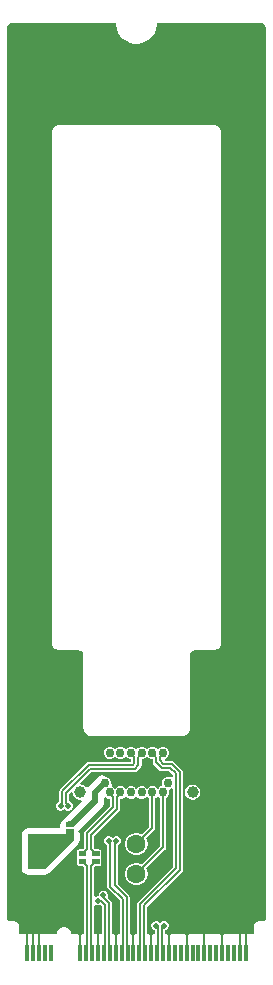
<source format=gtl>
G04*
G04 #@! TF.GenerationSoftware,Altium Limited,Altium Designer,24.5.2 (23)*
G04*
G04 Layer_Physical_Order=1*
G04 Layer_Color=255*
%FSLAX44Y44*%
%MOMM*%
G71*
G04*
G04 #@! TF.SameCoordinates,6FC596C0-74E6-4E27-895D-4E0FE7D6B679*
G04*
G04*
G04 #@! TF.FilePolarity,Positive*
G04*
G01*
G75*
%ADD12C,0.2000*%
%ADD14R,0.3500X1.4500*%
%ADD23R,0.4000X0.4000*%
%ADD24O,1.2080X2.4160*%
%ADD25O,1.4080X2.8160*%
%ADD26C,0.7500*%
%ADD27C,1.0000*%
%ADD28C,1.6000*%
%ADD29C,0.5000*%
G36*
X215001Y799999D02*
X215001Y799999D01*
X215001Y799999D01*
X215001D01*
X216172Y799926D01*
X217832Y799238D01*
X219239Y797832D01*
X220000Y795995D01*
X220000Y795000D01*
X220000Y41999D01*
Y41601D01*
X219695Y40867D01*
X219133Y40304D01*
X218398Y40000D01*
X214501D01*
X214500Y40000D01*
X213525Y39904D01*
X211722Y39158D01*
X210343Y37779D01*
X209596Y35977D01*
X209499Y35001D01*
Y28999D01*
X134299D01*
Y32105D01*
X135516Y32609D01*
X136641Y33734D01*
X137250Y35204D01*
Y36796D01*
X136641Y38266D01*
X135516Y39391D01*
X134046Y40000D01*
X132454D01*
X130984Y39391D01*
X130000Y38407D01*
X129016Y39391D01*
X127546Y40000D01*
X125954D01*
X124484Y39391D01*
X123359Y38266D01*
X122750Y36796D01*
Y35204D01*
X123359Y33734D01*
X124484Y32609D01*
X125701Y32105D01*
Y28999D01*
X119299D01*
Y51917D01*
X148552Y81170D01*
X149105Y81997D01*
X149299Y82972D01*
Y166200D01*
X149105Y167175D01*
X148552Y168002D01*
X141752Y174802D01*
X140925Y175355D01*
X139950Y175549D01*
X134725D01*
X134411Y175990D01*
X134861Y177545D01*
X135474Y177799D01*
X136951Y179276D01*
X137750Y181206D01*
Y183294D01*
X136951Y185224D01*
X135474Y186701D01*
X133544Y187500D01*
X131456D01*
X129526Y186701D01*
X128830Y186004D01*
X128000Y185268D01*
X127170Y186004D01*
X126474Y186701D01*
X124544Y187500D01*
X122456D01*
X120526Y186701D01*
X119830Y186004D01*
X119000Y185268D01*
X118170Y186004D01*
X117474Y186701D01*
X115544Y187500D01*
X113456D01*
X111526Y186701D01*
X110830Y186004D01*
X110000Y185268D01*
X109170Y186004D01*
X108474Y186701D01*
X106544Y187500D01*
X104456D01*
X102526Y186701D01*
X101830Y186004D01*
X101000Y185268D01*
X100170Y186004D01*
X99474Y186701D01*
X97544Y187500D01*
X95456D01*
X93526Y186701D01*
X92830Y186004D01*
X92000Y185268D01*
X91170Y186004D01*
X90474Y186701D01*
X88544Y187500D01*
X86456D01*
X84526Y186701D01*
X83049Y185224D01*
X82250Y183294D01*
Y181206D01*
X83049Y179276D01*
X84526Y177799D01*
X86456Y177000D01*
X88544D01*
X90474Y177799D01*
X91170Y178496D01*
X92000Y179232D01*
X92830Y178496D01*
X93526Y177799D01*
X95456Y177000D01*
X97544D01*
X99474Y177799D01*
X100170Y178496D01*
X101000Y179232D01*
X101830Y178496D01*
X102526Y177799D01*
X104456Y177000D01*
X105701D01*
Y174749D01*
X69450D01*
X68474Y174555D01*
X67647Y174002D01*
X45448Y151802D01*
X44895Y150975D01*
X44701Y150000D01*
Y141145D01*
X43484Y140641D01*
X42359Y139516D01*
X41750Y138046D01*
Y136454D01*
X42359Y134984D01*
X43484Y133859D01*
X44954Y133250D01*
X46546D01*
X48016Y133859D01*
X49000Y134843D01*
X49984Y133859D01*
X51454Y133250D01*
X53046D01*
X54516Y133859D01*
X55641Y134984D01*
X56250Y136454D01*
Y138046D01*
X55641Y139516D01*
X54516Y140641D01*
X53299Y141145D01*
Y147494D01*
X54730Y148926D01*
X56000Y148399D01*
Y147894D01*
X56443Y146241D01*
X57299Y144759D01*
X58509Y143549D01*
X59991Y142693D01*
X61644Y142250D01*
X62994D01*
X63533Y141284D01*
X63578Y141037D01*
X47145Y124605D01*
X46040Y122951D01*
X45652Y121000D01*
Y119500D01*
X45686Y119330D01*
X44880Y118348D01*
X18250D01*
X16299Y117960D01*
X14645Y116855D01*
X13540Y115201D01*
X13152Y113250D01*
Y84000D01*
X13540Y82049D01*
X14645Y80395D01*
X16299Y79290D01*
X18250Y78902D01*
X32500D01*
X34451Y79290D01*
X36105Y80395D01*
X60355Y104645D01*
X61460Y106299D01*
X61848Y108250D01*
Y113250D01*
X61460Y115201D01*
X60739Y116280D01*
X81355Y136895D01*
X82460Y138549D01*
X82848Y140500D01*
Y144181D01*
X84118Y144707D01*
X84526Y144299D01*
X86456Y143500D01*
X87701D01*
Y137506D01*
X66448Y116252D01*
X65895Y115425D01*
X65701Y114450D01*
Y101982D01*
X65022Y100966D01*
X63478Y100966D01*
X63326Y100902D01*
X63164Y100935D01*
X61650Y100636D01*
X61512Y100545D01*
X61347Y100545D01*
X60633Y100252D01*
X60402Y100022D01*
X60102Y99898D01*
X59979Y99602D01*
X59752Y99376D01*
X59751Y99051D01*
X59626Y98750D01*
X59626Y94500D01*
X60041Y93500D01*
X59626Y92500D01*
X59626Y88250D01*
X59751Y87949D01*
X59752Y87624D01*
X59979Y87398D01*
X60102Y87102D01*
X60402Y86977D01*
X60633Y86748D01*
X61347Y86455D01*
X61512Y86455D01*
X61649Y86364D01*
X63164Y86065D01*
X63326Y86097D01*
X63478Y86034D01*
X64675Y86034D01*
X65648Y85097D01*
X65701Y85017D01*
Y54443D01*
X65701Y54443D01*
Y28999D01*
X54750D01*
X54749Y28999D01*
X54634Y30170D01*
X53739Y32333D01*
X52084Y33989D01*
X49921Y34886D01*
X48750Y35001D01*
X48750Y35001D01*
X47579Y34885D01*
X45416Y33989D01*
X43761Y32333D01*
X42866Y30170D01*
X42751Y28999D01*
X10500Y28999D01*
Y35001D01*
X10500D01*
X10500Y35001D01*
X10500Y35002D01*
X10404Y35977D01*
X10326Y36165D01*
X9657Y37779D01*
X8277Y39158D01*
X6475Y39904D01*
X5499Y40000D01*
X1601Y40000D01*
X867Y40304D01*
X304Y40867D01*
X0Y41601D01*
Y41999D01*
Y795000D01*
X-0Y795995D01*
X761Y797832D01*
X2167Y799238D01*
X4004Y799999D01*
X4999Y799999D01*
X92500Y800000D01*
X92584Y798285D01*
X93254Y794920D01*
X94566Y791750D01*
X96472Y788898D01*
X98898Y786472D01*
X101750Y784566D01*
X104920Y783254D01*
X108285Y782584D01*
X111715D01*
X115080Y783254D01*
X118249Y784566D01*
X121102Y786472D01*
X123528Y788898D01*
X125434Y791750D01*
X126746Y794920D01*
X127416Y798285D01*
X127500Y800000D01*
X215001Y799999D01*
D02*
G37*
G36*
X119830Y178496D02*
X120526Y177799D01*
X122456Y177000D01*
X123701D01*
Y174500D01*
X123895Y173525D01*
X124448Y172698D01*
X129448Y167698D01*
X130275Y167145D01*
X131250Y166951D01*
X137444D01*
X140701Y163694D01*
Y162133D01*
X139431Y161426D01*
X138044Y162000D01*
X135956D01*
X134026Y161201D01*
X132549Y159724D01*
X131750Y157794D01*
Y155706D01*
X131991Y155124D01*
X131137Y153868D01*
X129526Y153201D01*
X128830Y152504D01*
X128000Y151768D01*
X127170Y152504D01*
X126474Y153201D01*
X124544Y154000D01*
X122456D01*
X120526Y153201D01*
X119830Y152504D01*
X119000Y151768D01*
X118170Y152504D01*
X117474Y153201D01*
X115544Y154000D01*
X113456D01*
X111526Y153201D01*
X110830Y152504D01*
X110000Y151768D01*
X109170Y152504D01*
X108474Y153201D01*
X106544Y154000D01*
X104456D01*
X102526Y153201D01*
X101830Y152504D01*
X101000Y151768D01*
X100170Y152504D01*
X99474Y153201D01*
X97544Y154000D01*
X95456D01*
X93526Y153201D01*
X92830Y152504D01*
X92000Y151768D01*
X91170Y152504D01*
X90474Y153201D01*
X88910Y153848D01*
X88963Y154115D01*
X88963Y155385D01*
X88575Y157336D01*
X88220Y157867D01*
X87451Y159724D01*
X85974Y161201D01*
X84753Y161706D01*
X84605Y161855D01*
X82951Y162960D01*
X81000Y163348D01*
X79049Y162960D01*
X77395Y161855D01*
X77395Y161855D01*
X68895Y153355D01*
X68785Y153190D01*
X67256Y153187D01*
X66491Y153951D01*
X65009Y154807D01*
X63356Y155250D01*
X62850D01*
X62325Y156520D01*
X71955Y166151D01*
X108528D01*
X109504Y166345D01*
X110330Y166897D01*
X113552Y170119D01*
X114105Y170946D01*
X114299Y171922D01*
Y177000D01*
X115544D01*
X117474Y177799D01*
X118170Y178496D01*
X119000Y179232D01*
X119830Y178496D01*
D02*
G37*
G36*
X83865Y155385D02*
X83865Y154115D01*
X77750Y148000D01*
Y140500D01*
X56750Y119500D01*
X50750D01*
Y121000D01*
X50750Y121000D01*
X50750Y123750D01*
X51464Y124043D01*
X52978Y124342D01*
X54092Y124342D01*
X72500Y142750D01*
Y149750D01*
X81000Y158250D01*
X83865Y155385D01*
D02*
G37*
G36*
X78036Y99043D02*
X78750Y98750D01*
Y94500D01*
X72750D01*
X72750Y98750D01*
Y98750D01*
X73464Y99043D01*
X74978Y99342D01*
X76522Y99342D01*
X78036Y99043D01*
D02*
G37*
G36*
X66536D02*
X67250Y98750D01*
Y94500D01*
X61250D01*
X61250Y98750D01*
Y98750D01*
X61964Y99043D01*
X63478Y99342D01*
X65022Y99342D01*
X66536Y99043D01*
D02*
G37*
G36*
X140701Y151367D02*
Y85478D01*
X111448Y56225D01*
X110895Y55398D01*
X110701Y54422D01*
Y28999D01*
X104299D01*
Y59983D01*
X104105Y60958D01*
X103552Y61785D01*
X94049Y71288D01*
Y103855D01*
X95266Y104359D01*
X96391Y105484D01*
X97000Y106954D01*
Y108546D01*
X96391Y110016D01*
X95266Y111141D01*
X93796Y111750D01*
X92204D01*
X90734Y111141D01*
X89750Y110157D01*
X88766Y111141D01*
X87296Y111750D01*
X85704D01*
X84234Y111141D01*
X83109Y110016D01*
X82500Y108546D01*
Y106954D01*
X83109Y105484D01*
X84234Y104359D01*
X85451Y103855D01*
Y68783D01*
X85645Y67807D01*
X86198Y66981D01*
X95701Y57477D01*
Y28999D01*
X89299D01*
Y54821D01*
X89105Y55796D01*
X88553Y56623D01*
X85592Y59584D01*
X86096Y60800D01*
Y62392D01*
X85487Y63862D01*
X84362Y64987D01*
X82892Y65596D01*
X81300D01*
X79830Y64987D01*
X78705Y63862D01*
X78096Y62392D01*
Y61000D01*
X76704D01*
X75569Y60530D01*
X74299Y61115D01*
Y85017D01*
X74978Y86034D01*
X76522Y86034D01*
X76674Y86097D01*
X76836Y86065D01*
X78350Y86364D01*
X78488Y86455D01*
X78653Y86455D01*
X79367Y86748D01*
X79598Y86977D01*
X79898Y87102D01*
X80021Y87398D01*
X80248Y87624D01*
X80249Y87949D01*
X80374Y88250D01*
X80374Y92500D01*
X79959Y93500D01*
X80374Y94500D01*
Y98750D01*
X80249Y99051D01*
X80248Y99376D01*
X80021Y99602D01*
X79898Y99898D01*
X79598Y100022D01*
X79367Y100252D01*
X78653Y100545D01*
X78488Y100545D01*
X78350Y100636D01*
X76836Y100935D01*
X76674Y100902D01*
X76522Y100966D01*
X75325Y100966D01*
X74352Y101903D01*
X74299Y101983D01*
Y111944D01*
X95552Y133198D01*
X96105Y134024D01*
X96299Y135000D01*
Y143500D01*
X97544D01*
X99474Y144299D01*
X100170Y144996D01*
X101000Y145732D01*
X101830Y144996D01*
X102526Y144299D01*
X104456Y143500D01*
X106544D01*
X108474Y144299D01*
X109170Y144996D01*
X110000Y145732D01*
X110830Y144996D01*
X111526Y144299D01*
X113456Y143500D01*
X115544D01*
X117474Y144299D01*
X118170Y144996D01*
X119000Y145732D01*
X119830Y144996D01*
X120526Y144299D01*
X120951Y144123D01*
Y119556D01*
X114669Y113274D01*
X113667Y113853D01*
X111251Y114500D01*
X108749D01*
X106333Y113853D01*
X104167Y112602D01*
X102398Y110833D01*
X101147Y108667D01*
X100500Y106251D01*
Y103749D01*
X101147Y101333D01*
X102398Y99167D01*
X104167Y97398D01*
X106333Y96147D01*
X108749Y95500D01*
X111251D01*
X113667Y96147D01*
X115833Y97398D01*
X117602Y99167D01*
X118853Y101333D01*
X119500Y103749D01*
Y106251D01*
X118853Y108667D01*
X118274Y109669D01*
X125302Y116698D01*
X125855Y117524D01*
X126049Y118500D01*
Y144123D01*
X126474Y144299D01*
X127170Y144996D01*
X128000Y145732D01*
X128830Y144996D01*
X129526Y144299D01*
X129951Y144123D01*
Y103156D01*
X114669Y87874D01*
X113667Y88453D01*
X111251Y89100D01*
X108749D01*
X106333Y88453D01*
X104167Y87202D01*
X102398Y85433D01*
X101147Y83267D01*
X100500Y80851D01*
Y78349D01*
X101147Y75933D01*
X102398Y73767D01*
X104167Y71998D01*
X106333Y70747D01*
X108749Y70100D01*
X111251D01*
X113667Y70747D01*
X115833Y71998D01*
X117602Y73767D01*
X118853Y75933D01*
X119500Y78349D01*
Y80851D01*
X118853Y83267D01*
X118274Y84269D01*
X134302Y100298D01*
X134855Y101125D01*
X135049Y102100D01*
Y144123D01*
X135474Y144299D01*
X136951Y145776D01*
X137750Y147706D01*
Y149794D01*
X137509Y150376D01*
X138363Y151632D01*
X139431Y152074D01*
X140701Y151367D01*
D02*
G37*
G36*
X78750Y88250D02*
X78750D01*
X78036Y87957D01*
X76522Y87658D01*
X74978Y87658D01*
X73464Y87957D01*
X72750Y88250D01*
X72750Y92500D01*
X78750D01*
X78750Y88250D01*
D02*
G37*
G36*
X67250D02*
X67250D01*
X66536Y87957D01*
X65022Y87658D01*
X63478Y87658D01*
X61964Y87957D01*
X61250Y88250D01*
X61250Y92500D01*
X67250D01*
X67250Y88250D01*
D02*
G37*
G36*
X56750Y113250D02*
Y108250D01*
X32500Y84000D01*
X18250D01*
Y113250D01*
X50750D01*
X50750Y117500D01*
X56750D01*
Y113250D01*
D02*
G37*
G36*
X80701Y52316D02*
Y28999D01*
X74299D01*
Y52885D01*
X75569Y53470D01*
X76704Y53000D01*
X78296D01*
X79513Y53504D01*
X80701Y52316D01*
D02*
G37*
%LPC*%
G36*
X175995Y713622D02*
X44005D01*
X43706Y713498D01*
X43383D01*
X41546Y712737D01*
X41318Y712509D01*
X41020Y712385D01*
X39613Y710979D01*
X39490Y710681D01*
X39261Y710452D01*
X38500Y708615D01*
Y708292D01*
X38377Y707994D01*
Y707000D01*
Y275500D01*
Y274505D01*
X38500Y274207D01*
Y273884D01*
X39261Y272047D01*
X39490Y271818D01*
X39613Y271520D01*
X41020Y270114D01*
X41318Y269990D01*
X41546Y269762D01*
X43383Y269001D01*
X43706D01*
X44005Y268877D01*
X44999D01*
X61671Y268876D01*
X62327Y268811D01*
X63608Y268281D01*
X64530Y267358D01*
X65061Y266077D01*
X65126Y265421D01*
X65127Y203252D01*
Y202258D01*
X65251Y201960D01*
Y201637D01*
X66012Y199799D01*
X66240Y199571D01*
X66364Y199273D01*
X67770Y197867D01*
X68068Y197743D01*
X68297Y197515D01*
X70134Y196754D01*
X70457D01*
X70755Y196630D01*
X71750D01*
X148751Y196630D01*
X149745D01*
X150043Y196754D01*
X150366D01*
X152204Y197515D01*
X152432Y197743D01*
X152731Y197867D01*
X154137Y199273D01*
X154260Y199572D01*
X154488Y199800D01*
X155250Y201637D01*
Y201960D01*
X155373Y202258D01*
Y203253D01*
X155374Y265421D01*
X155439Y266077D01*
X155969Y267358D01*
X156892Y268280D01*
X158173Y268811D01*
X158829Y268876D01*
X175001Y268877D01*
X175995D01*
X176294Y269001D01*
X176616D01*
X178454Y269762D01*
X178682Y269990D01*
X178980Y270114D01*
X180387Y271520D01*
X180510Y271818D01*
X180739Y272047D01*
X181500Y273884D01*
Y274207D01*
X181623Y274505D01*
Y275500D01*
Y707000D01*
Y707994D01*
X181500Y708292D01*
Y708615D01*
X180739Y710452D01*
X180510Y710681D01*
X180387Y710979D01*
X178980Y712385D01*
X178682Y712509D01*
X178454Y712737D01*
X176616Y713498D01*
X176294D01*
X175995Y713622D01*
D02*
G37*
G36*
X158356Y155250D02*
X156644D01*
X154991Y154807D01*
X153509Y153951D01*
X152299Y152741D01*
X151443Y151259D01*
X151000Y149606D01*
Y147894D01*
X151443Y146241D01*
X152299Y144759D01*
X153509Y143549D01*
X154991Y142693D01*
X156644Y142250D01*
X158356D01*
X160009Y142693D01*
X161491Y143549D01*
X162701Y144759D01*
X163557Y146241D01*
X164000Y147894D01*
Y149606D01*
X163557Y151259D01*
X162701Y152741D01*
X161491Y153951D01*
X160009Y154807D01*
X158356Y155250D01*
D02*
G37*
%LPD*%
D12*
X108528Y168700D02*
X111750Y171922D01*
X50750Y148550D02*
X70900Y168700D01*
X108250Y173371D02*
Y178328D01*
X70900Y168700D02*
X108528D01*
X111750Y171922D02*
Y178328D01*
X47250Y150000D02*
X69450Y172200D01*
X107078D02*
X108250Y173371D01*
X69450Y172200D02*
X107078D01*
X68250Y114450D02*
X90250Y136450D01*
X71750Y113000D02*
X93750Y135000D01*
X71750Y100500D02*
Y113000D01*
X68250Y100500D02*
Y114450D01*
X90250Y136450D02*
Y144828D01*
X93750Y135000D02*
Y144828D01*
X22499Y12750D02*
Y32250D01*
X22000Y32750D02*
X22499Y32250D01*
X202499Y12750D02*
Y33499D01*
X77500Y12750D02*
Y48250D01*
Y12750D02*
X77501Y12750D01*
X77500Y48250D02*
X77500Y48250D01*
X50750Y139562D02*
Y148550D01*
X47250Y139562D02*
Y150000D01*
X107499Y29327D02*
X107500Y29327D01*
X116750Y20172D02*
Y52972D01*
X107500Y12751D02*
Y29327D01*
X113250Y20172D02*
Y54422D01*
X122500Y29327D02*
X122501Y29327D01*
X122500Y12750D02*
X122500Y12750D01*
Y29327D01*
X131750Y21036D02*
Y33688D01*
X126750Y35188D02*
X128250Y33688D01*
Y21036D02*
Y33688D01*
X131750D02*
X133250Y35188D01*
X107500Y12751D02*
X107501Y12750D01*
X82096Y61596D02*
X82670Y61022D01*
X78074Y56426D02*
X80195D01*
X77500Y57000D02*
X78074Y56426D01*
X82670Y58901D02*
X86750Y54821D01*
X82670Y58901D02*
Y61022D01*
X91500Y70233D02*
Y105438D01*
X88000Y68783D02*
Y105438D01*
X91500Y70233D02*
X101750Y59983D01*
X88000Y68783D02*
X98250Y58533D01*
X101750Y21036D02*
Y59983D01*
X98250Y21036D02*
Y58533D01*
X93000Y106938D02*
Y107750D01*
X86500Y106938D02*
Y107750D01*
X101751Y13499D02*
Y21035D01*
X86500Y106938D02*
X88000Y105438D01*
X101751Y13499D02*
X102499Y12750D01*
X101750Y21036D02*
X101751Y21035D01*
X91500Y105438D02*
X93000Y106938D01*
X98249Y21035D02*
X98250Y21036D01*
X98249Y13499D02*
Y21035D01*
X83250Y20172D02*
Y53371D01*
X86750Y20172D02*
Y54821D01*
X80195Y56426D02*
X83250Y53371D01*
X83250Y20171D02*
X83250Y20172D01*
X86750D02*
X86751Y20171D01*
Y13500D02*
X87501Y12750D01*
X82499D02*
X83250Y13500D01*
Y20171D01*
X86751Y13500D02*
Y20171D01*
X71750Y55893D02*
Y86500D01*
X71750Y21036D02*
Y55893D01*
X68250Y54443D02*
Y86500D01*
X71750Y55893D02*
X71750Y55893D01*
X68250Y21036D02*
Y54443D01*
X68250Y54443D02*
X68250Y54443D01*
X62500Y12750D02*
Y29327D01*
X62501Y29327D01*
X62500Y12750D02*
X62500Y12750D01*
X126750Y35188D02*
Y36000D01*
X128249Y13499D02*
Y21035D01*
X131751Y13499D02*
X132499Y12750D01*
X131751Y13499D02*
Y21035D01*
X128249D02*
X128250Y21036D01*
X133250Y35188D02*
Y36000D01*
X127501Y12750D02*
X128249Y13499D01*
X131750Y21036D02*
X131751Y21035D01*
X137501Y12750D02*
Y28826D01*
X116750Y52972D02*
X146750Y82972D01*
X113250Y54422D02*
X143250Y84422D01*
X129750Y178328D02*
X132500Y181078D01*
X129750Y175950D02*
X132700Y173000D01*
X139950D01*
X146750Y166200D01*
Y82972D02*
Y166200D01*
X132500Y181078D02*
Y182250D01*
X129750Y175950D02*
Y178328D01*
X131250Y169500D02*
X138500D01*
X123500Y181078D02*
X126250Y178328D01*
Y174500D02*
X131250Y169500D01*
X126250Y174500D02*
Y178328D01*
X143250Y84422D02*
Y164750D01*
X123500Y181078D02*
Y182250D01*
X138500Y169500D02*
X143250Y164750D01*
X132500Y102100D02*
Y148750D01*
X123500Y118500D02*
Y148750D01*
X110000Y79600D02*
X132500Y102100D01*
X110000Y105000D02*
X123500Y118500D01*
X114500Y181078D02*
Y182250D01*
X105500Y181078D02*
X108250Y178328D01*
X111750D02*
X114500Y181078D01*
X105500Y181078D02*
Y182250D01*
X50750Y139562D02*
X52250Y138062D01*
Y137250D02*
Y138062D01*
X45750D02*
X47250Y139562D01*
X45750Y137250D02*
Y138062D01*
X97501Y12750D02*
X98249Y13499D01*
X92500Y12750D02*
X92500Y12750D01*
Y29327D01*
X92501Y29327D01*
X71750Y86500D02*
X75750Y90500D01*
X64250D02*
X68250Y86500D01*
X64250Y96500D02*
X68250Y100500D01*
X71750Y100500D02*
X75750Y96500D01*
X116751Y13500D02*
X117501Y12750D01*
X116750Y20172D02*
X116751Y20171D01*
Y13500D02*
Y20171D01*
X112499Y12750D02*
X113249Y13500D01*
Y20171D01*
X113250Y20172D01*
X87500Y147578D02*
Y148750D01*
Y147578D02*
X90250Y144828D01*
X96500Y147578D02*
Y148750D01*
X93750Y144828D02*
X96500Y147578D01*
X71750Y21036D02*
X71751Y21035D01*
Y13499D02*
X72499Y12750D01*
X71751Y13499D02*
Y21035D01*
X68249Y13499D02*
Y21035D01*
X68250Y21036D01*
X67501Y12750D02*
X68249Y13499D01*
X152500Y12750D02*
Y28826D01*
X27501Y12750D02*
Y32750D01*
X17501Y12750D02*
Y32000D01*
X197501Y12750D02*
Y33250D01*
X182500Y12750D02*
Y28826D01*
X167501Y12750D02*
Y32750D01*
D14*
X202499Y12750D02*
D03*
X197500D02*
D03*
X192499D02*
D03*
X187500D02*
D03*
X182499D02*
D03*
X177500D02*
D03*
X172499D02*
D03*
X167500D02*
D03*
X162499D02*
D03*
X157500D02*
D03*
X152499D02*
D03*
X147501D02*
D03*
X142499D02*
D03*
X137501D02*
D03*
X132499D02*
D03*
X127501D02*
D03*
X122499D02*
D03*
X117501D02*
D03*
X112499D02*
D03*
X107501D02*
D03*
X102499D02*
D03*
X97501D02*
D03*
X92499D02*
D03*
X87501D02*
D03*
X82499D02*
D03*
X77501D02*
D03*
X72499D02*
D03*
X67501D02*
D03*
X62499D02*
D03*
X37501D02*
D03*
X32499D02*
D03*
X27501D02*
D03*
X22499D02*
D03*
X17501D02*
D03*
D23*
X53750Y121500D02*
D03*
Y115500D02*
D03*
X75750Y90500D02*
D03*
Y96500D02*
D03*
X64250Y90500D02*
D03*
Y96500D02*
D03*
D24*
X58000Y235250D02*
D03*
X162000D02*
D03*
D25*
X165000Y180250D02*
D03*
X55000D02*
D03*
D26*
X83000Y190250D02*
D03*
X101000D02*
D03*
X119000D02*
D03*
X137000D02*
D03*
X132500Y182250D02*
D03*
X123500D02*
D03*
X87500D02*
D03*
X96500D02*
D03*
X105500D02*
D03*
X114500D02*
D03*
X83000Y156750D02*
D03*
X101000D02*
D03*
X119000D02*
D03*
X137000D02*
D03*
X132500Y148750D02*
D03*
X123500D02*
D03*
X87500D02*
D03*
X96500D02*
D03*
X105500D02*
D03*
X114500D02*
D03*
D27*
X62500D02*
D03*
X157500D02*
D03*
D28*
X110000Y79600D02*
D03*
Y105000D02*
D03*
D29*
X200000Y162000D02*
D03*
Y142000D02*
D03*
X117750Y139750D02*
D03*
X101000D02*
D03*
X119000Y175250D02*
D03*
X67250Y156750D02*
D03*
X39500Y140250D02*
D03*
X58500D02*
D03*
X103750Y92250D02*
D03*
X137500Y87500D02*
D03*
X156000Y136500D02*
D03*
X213250Y57250D02*
D03*
X148250Y75500D02*
D03*
X143000Y54500D02*
D03*
X6250Y68000D02*
D03*
Y48000D02*
D03*
X50500Y68000D02*
D03*
Y48000D02*
D03*
X185000Y56500D02*
D03*
X25000Y98750D02*
D03*
Y87500D02*
D03*
Y109750D02*
D03*
X200000Y182000D02*
D03*
Y202000D02*
D03*
X20000Y142000D02*
D03*
Y162000D02*
D03*
Y182000D02*
D03*
Y222000D02*
D03*
Y202000D02*
D03*
Y242000D02*
D03*
Y702000D02*
D03*
Y762000D02*
D03*
Y782000D02*
D03*
Y742000D02*
D03*
Y722000D02*
D03*
X200000Y642000D02*
D03*
Y662000D02*
D03*
Y702000D02*
D03*
Y682000D02*
D03*
Y622000D02*
D03*
Y242000D02*
D03*
Y262000D02*
D03*
Y302000D02*
D03*
Y282000D02*
D03*
Y222000D02*
D03*
X100000Y742000D02*
D03*
X40000D02*
D03*
X80000D02*
D03*
X60000D02*
D03*
X101500Y124750D02*
D03*
X81500Y114500D02*
D03*
X82000Y70500D02*
D03*
X77500Y48250D02*
D03*
X107499Y29327D02*
D03*
X122501D02*
D03*
X82096Y61596D02*
D03*
X77500Y57000D02*
D03*
X86500Y107750D02*
D03*
X93000D02*
D03*
X62501Y29327D02*
D03*
X133250Y36000D02*
D03*
X126750D02*
D03*
X137502Y29327D02*
D03*
X52250Y137250D02*
D03*
X45750D02*
D03*
X92501Y29327D02*
D03*
X152501D02*
D03*
X182501D02*
D03*
X110000Y775250D02*
D03*
X127501Y782499D02*
D03*
X92499Y782499D02*
D03*
M02*

</source>
